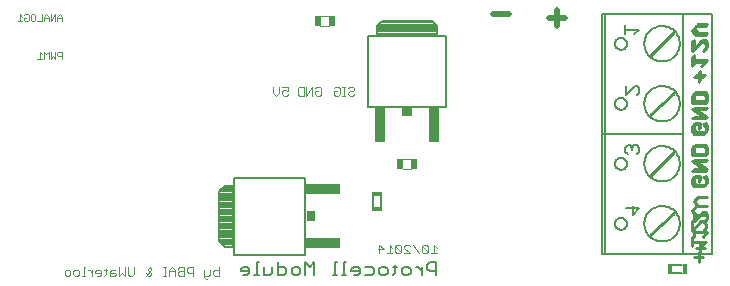
<source format=gbo>
G75*
%MOIN*%
%OFA0B0*%
%FSLAX24Y24*%
%IPPOS*%
%LPD*%
%AMOC8*
5,1,8,0,0,1.08239X$1,22.5*
%
%ADD10C,0.0100*%
%ADD11C,0.0030*%
%ADD12C,0.0080*%
%ADD13C,0.0200*%
%ADD14C,0.0020*%
%ADD15C,0.0010*%
%ADD16C,0.0040*%
%ADD17R,0.0197X0.0374*%
%ADD18R,0.1140X0.0340*%
%ADD19R,0.0300X0.0340*%
%ADD20C,0.0079*%
%ADD21R,0.0340X0.1140*%
%ADD22R,0.0340X0.0300*%
%ADD23C,0.0060*%
%ADD24R,0.0340X0.0160*%
%ADD25R,0.0160X0.0340*%
%ADD26C,0.0050*%
D10*
X025314Y002210D02*
X026114Y002960D01*
X026694Y003038D02*
X026847Y003191D01*
X027154Y003191D01*
X027214Y003197D02*
X026907Y003197D01*
X026754Y003350D01*
X026907Y003504D01*
X027214Y003504D01*
X027077Y003853D02*
X026771Y003853D01*
X026694Y003930D01*
X026694Y004083D01*
X026771Y004160D01*
X026924Y004160D01*
X026924Y004007D01*
X026984Y004053D02*
X026984Y004207D01*
X026831Y004207D01*
X026754Y004130D01*
X026754Y003977D01*
X026831Y003900D01*
X027137Y003900D01*
X027214Y003977D01*
X027214Y004130D01*
X027137Y004207D01*
X027077Y004160D02*
X027154Y004083D01*
X027154Y003930D01*
X027077Y003853D01*
X027154Y004369D02*
X026694Y004369D01*
X026754Y004416D02*
X027214Y004416D01*
X026754Y004723D01*
X027214Y004723D01*
X027154Y004676D02*
X026694Y004676D01*
X027154Y004369D01*
X027154Y004884D02*
X026694Y004884D01*
X026694Y005115D01*
X026771Y005191D01*
X027077Y005191D01*
X027154Y005115D01*
X027154Y004884D01*
X027214Y004931D02*
X027214Y005161D01*
X027137Y005238D01*
X026831Y005238D01*
X026754Y005161D01*
X026754Y004931D01*
X027214Y004931D01*
X026104Y004990D02*
X025314Y004200D01*
X026694Y003038D02*
X026847Y002884D01*
X027154Y002884D01*
X027214Y002911D02*
X027214Y002758D01*
X027137Y002681D01*
X027077Y002676D02*
X027154Y002599D01*
X027154Y002445D01*
X027077Y002369D01*
X027214Y002319D02*
X026754Y002319D01*
X026694Y002369D02*
X027001Y002676D01*
X027077Y002676D01*
X027214Y002911D02*
X027137Y002988D01*
X027061Y002988D01*
X026754Y002681D01*
X026754Y002988D01*
X026694Y002676D02*
X026694Y002369D01*
X026754Y002473D02*
X026754Y002166D01*
X026694Y002160D02*
X026694Y001853D01*
X026831Y001803D02*
X027137Y001803D01*
X027001Y001853D02*
X027154Y002007D01*
X026694Y002007D01*
X026984Y001957D02*
X026984Y001650D01*
X026924Y001644D02*
X026924Y001337D01*
X027077Y001491D02*
X026771Y001491D01*
X027061Y002166D02*
X027214Y002319D01*
X027077Y005603D02*
X026771Y005603D01*
X026694Y005680D01*
X026694Y005833D01*
X026771Y005910D01*
X026924Y005910D01*
X026924Y005757D01*
X026984Y005803D02*
X026984Y005957D01*
X026831Y005957D01*
X026754Y005880D01*
X026754Y005727D01*
X026831Y005650D01*
X027137Y005650D01*
X027214Y005727D01*
X027214Y005880D01*
X027137Y005957D01*
X027077Y005910D02*
X027154Y005833D01*
X027154Y005680D01*
X027077Y005603D01*
X027154Y006119D02*
X026694Y006119D01*
X026754Y006166D02*
X027214Y006166D01*
X026754Y006473D01*
X027214Y006473D01*
X027154Y006426D02*
X026694Y006426D01*
X027154Y006119D01*
X027154Y006634D02*
X026694Y006634D01*
X026694Y006865D01*
X026771Y006941D01*
X027077Y006941D01*
X027154Y006865D01*
X027154Y006634D01*
X027214Y006681D02*
X027214Y006911D01*
X027137Y006988D01*
X026831Y006988D01*
X026754Y006911D01*
X026754Y006681D01*
X027214Y006681D01*
X026114Y006960D02*
X025314Y006210D01*
X026924Y007337D02*
X026924Y007644D01*
X026984Y007707D02*
X026984Y007400D01*
X027077Y007491D02*
X026771Y007491D01*
X026831Y007553D02*
X027137Y007553D01*
X027001Y007853D02*
X027154Y008007D01*
X026694Y008007D01*
X026754Y008069D02*
X027214Y008069D01*
X027061Y007916D01*
X026754Y007916D02*
X026754Y008223D01*
X026694Y008160D02*
X026694Y007853D01*
X026694Y008369D02*
X027001Y008676D01*
X027077Y008676D01*
X027154Y008599D01*
X027154Y008445D01*
X027077Y008369D01*
X027137Y008431D02*
X027214Y008508D01*
X027214Y008661D01*
X027137Y008738D01*
X027061Y008738D01*
X026754Y008431D01*
X026754Y008738D01*
X026694Y008676D02*
X026694Y008369D01*
X026847Y008884D02*
X026694Y009038D01*
X026847Y009191D01*
X027154Y009191D01*
X027214Y009254D02*
X026907Y009254D01*
X026754Y009100D01*
X026907Y008947D01*
X027214Y008947D01*
X027154Y008884D02*
X026847Y008884D01*
X026104Y008990D02*
X025314Y008200D01*
D11*
X005785Y001010D02*
X005785Y000913D01*
X005834Y000865D01*
X005930Y000865D01*
X005979Y000913D01*
X005979Y001010D01*
X005930Y001058D01*
X005834Y001058D01*
X005785Y001010D01*
X006080Y001010D02*
X006080Y000913D01*
X006128Y000865D01*
X006225Y000865D01*
X006273Y000913D01*
X006273Y001010D01*
X006225Y001058D01*
X006128Y001058D01*
X006080Y001010D01*
X006373Y000865D02*
X006470Y000865D01*
X006422Y000865D02*
X006422Y001155D01*
X006470Y001155D01*
X006570Y001058D02*
X006619Y001058D01*
X006715Y000962D01*
X006715Y001058D02*
X006715Y000865D01*
X006817Y000962D02*
X007010Y000962D01*
X007010Y001010D02*
X006962Y001058D01*
X006865Y001058D01*
X006817Y001010D01*
X006817Y000962D01*
X006865Y000865D02*
X006962Y000865D01*
X007010Y000913D01*
X007010Y001010D01*
X007110Y001058D02*
X007207Y001058D01*
X007158Y001107D02*
X007158Y000913D01*
X007110Y000865D01*
X007308Y000865D02*
X007308Y001010D01*
X007356Y001058D01*
X007453Y001058D01*
X007453Y000962D02*
X007308Y000962D01*
X007308Y000865D02*
X007453Y000865D01*
X007501Y000913D01*
X007453Y000962D01*
X007602Y000865D02*
X007602Y001155D01*
X007796Y001155D02*
X007796Y000865D01*
X007699Y000962D01*
X007602Y000865D01*
X007897Y000913D02*
X007897Y001155D01*
X008090Y001155D02*
X008090Y000913D01*
X008042Y000865D01*
X007945Y000865D01*
X007897Y000913D01*
X008486Y000865D02*
X008680Y001058D01*
X008680Y001107D01*
X008631Y001155D01*
X008583Y001107D01*
X008583Y001058D01*
X008680Y000962D01*
X008680Y000913D01*
X008631Y000865D01*
X008583Y000865D01*
X008486Y000962D01*
X009074Y000865D02*
X009171Y000865D01*
X009122Y000865D02*
X009122Y001155D01*
X009074Y001155D02*
X009171Y001155D01*
X009272Y001058D02*
X009272Y000865D01*
X009272Y001010D02*
X009466Y001010D01*
X009466Y001058D02*
X009369Y001155D01*
X009272Y001058D01*
X009466Y001058D02*
X009466Y000865D01*
X009567Y000913D02*
X009615Y000865D01*
X009760Y000865D01*
X009760Y001155D01*
X009615Y001155D01*
X009567Y001107D01*
X009567Y001058D01*
X009615Y001010D01*
X009760Y001010D01*
X009861Y001010D02*
X009910Y000962D01*
X010055Y000962D01*
X010055Y000865D02*
X010055Y001155D01*
X009910Y001155D01*
X009861Y001107D01*
X009861Y001010D01*
X009615Y001010D02*
X009567Y000962D01*
X009567Y000913D01*
X010451Y000865D02*
X010596Y000865D01*
X010644Y000913D01*
X010644Y001058D01*
X010745Y001010D02*
X010794Y001058D01*
X010939Y001058D01*
X010939Y001155D02*
X010939Y000865D01*
X010794Y000865D01*
X010745Y000913D01*
X010745Y001010D01*
X010451Y001058D02*
X010451Y000817D01*
X010499Y000768D01*
X010547Y000768D01*
X016227Y001760D02*
X016421Y001760D01*
X016276Y001905D01*
X016276Y001615D01*
X016522Y001615D02*
X016716Y001615D01*
X016619Y001615D02*
X016619Y001905D01*
X016716Y001808D01*
X016817Y001857D02*
X016817Y001663D01*
X016865Y001615D01*
X016962Y001615D01*
X017010Y001663D01*
X016817Y001857D01*
X016865Y001905D01*
X016962Y001905D01*
X017010Y001857D01*
X017010Y001663D01*
X017111Y001615D02*
X017305Y001615D01*
X017111Y001808D01*
X017111Y001857D01*
X017160Y001905D01*
X017256Y001905D01*
X017305Y001857D01*
X017406Y001905D02*
X017599Y001615D01*
X017701Y001663D02*
X017749Y001615D01*
X017846Y001615D01*
X017894Y001663D01*
X017701Y001857D01*
X017701Y001663D01*
X017894Y001663D02*
X017894Y001857D01*
X017846Y001905D01*
X017749Y001905D01*
X017701Y001857D01*
X018092Y001905D02*
X018189Y001808D01*
X018092Y001905D02*
X018092Y001615D01*
X018189Y001615D02*
X017995Y001615D01*
D12*
X017954Y001310D02*
X017884Y001240D01*
X017884Y001100D01*
X017954Y001030D01*
X018164Y001030D01*
X018164Y000890D02*
X018164Y001310D01*
X017954Y001310D01*
X017703Y001170D02*
X017703Y000890D01*
X017703Y001030D02*
X017563Y001170D01*
X017493Y001170D01*
X017320Y001100D02*
X017320Y000960D01*
X017250Y000890D01*
X017110Y000890D01*
X017039Y000960D01*
X017039Y001100D01*
X017110Y001170D01*
X017250Y001170D01*
X017320Y001100D01*
X016859Y001170D02*
X016719Y001170D01*
X016789Y001240D02*
X016789Y000960D01*
X016719Y000890D01*
X016552Y000960D02*
X016482Y000890D01*
X016342Y000890D01*
X016272Y000960D01*
X016272Y001100D01*
X016342Y001170D01*
X016482Y001170D01*
X016552Y001100D01*
X016552Y000960D01*
X016092Y000960D02*
X016022Y000890D01*
X015812Y000890D01*
X015632Y000960D02*
X015632Y001100D01*
X015562Y001170D01*
X015421Y001170D01*
X015351Y001100D01*
X015351Y001030D01*
X015632Y001030D01*
X015632Y000960D02*
X015562Y000890D01*
X015421Y000890D01*
X015171Y000890D02*
X015031Y000890D01*
X015101Y000890D02*
X015101Y001310D01*
X015171Y001310D01*
X014864Y001310D02*
X014794Y001310D01*
X014794Y000890D01*
X014864Y000890D02*
X014724Y000890D01*
X014097Y000890D02*
X014097Y001310D01*
X013957Y001170D01*
X013817Y001310D01*
X013817Y000890D01*
X013637Y000960D02*
X013567Y000890D01*
X013426Y000890D01*
X013356Y000960D01*
X013356Y001100D01*
X013426Y001170D01*
X013567Y001170D01*
X013637Y001100D01*
X013637Y000960D01*
X013176Y000960D02*
X013106Y000890D01*
X012896Y000890D01*
X012896Y001310D01*
X012896Y001170D02*
X013106Y001170D01*
X013176Y001100D01*
X013176Y000960D01*
X012716Y000960D02*
X012646Y000890D01*
X012436Y000890D01*
X012436Y001170D01*
X012255Y001310D02*
X012185Y001310D01*
X012185Y000890D01*
X012255Y000890D02*
X012115Y000890D01*
X011948Y000960D02*
X011878Y000890D01*
X011738Y000890D01*
X011668Y001030D02*
X011948Y001030D01*
X011948Y000960D02*
X011948Y001100D01*
X011878Y001170D01*
X011738Y001170D01*
X011668Y001100D01*
X011668Y001030D01*
X012716Y000960D02*
X012716Y001170D01*
X013804Y001560D02*
X013804Y004140D01*
X011444Y004140D01*
X011444Y001560D01*
X013804Y001560D01*
X015812Y001170D02*
X016022Y001170D01*
X016092Y001100D01*
X016092Y000960D01*
X011404Y001840D02*
X011404Y003860D01*
X011124Y003860D01*
X010944Y003680D01*
X010944Y002020D01*
X011124Y001840D01*
X011404Y001840D01*
X015914Y006500D02*
X018494Y006500D01*
X018494Y008860D01*
X015913Y008860D01*
X015914Y008860D02*
X015914Y006500D01*
X016194Y008900D02*
X018214Y008900D01*
X018214Y009180D01*
X018034Y009360D01*
X016374Y009360D01*
X016194Y009180D01*
X016194Y008900D01*
D13*
X020070Y009600D02*
X020604Y009600D01*
X021937Y009467D02*
X022471Y009467D01*
X022204Y009200D02*
X022204Y009734D01*
D14*
X015444Y007110D02*
X015444Y007060D01*
X015394Y007010D01*
X015294Y007010D01*
X015244Y006960D01*
X015244Y006910D01*
X015294Y006860D01*
X015394Y006860D01*
X015444Y006910D01*
X015149Y006860D02*
X015049Y006860D01*
X015099Y006860D02*
X015099Y007160D01*
X015149Y007160D02*
X015049Y007160D01*
X014953Y007110D02*
X014953Y006910D01*
X014903Y006860D01*
X014803Y006860D01*
X014753Y006910D01*
X014753Y007010D01*
X014853Y007010D01*
X014953Y007110D02*
X014903Y007160D01*
X014803Y007160D01*
X014753Y007110D01*
X014344Y007110D02*
X014344Y006910D01*
X014294Y006860D01*
X014194Y006860D01*
X014144Y006910D01*
X014144Y007010D01*
X014244Y007010D01*
X014344Y007110D02*
X014294Y007160D01*
X014194Y007160D01*
X014144Y007110D01*
X014049Y007160D02*
X013849Y006860D01*
X013849Y007160D01*
X013754Y007160D02*
X013604Y007160D01*
X013554Y007110D01*
X013554Y006910D01*
X013604Y006860D01*
X013754Y006860D01*
X013754Y007160D01*
X014049Y007160D02*
X014049Y006860D01*
X013244Y006910D02*
X013194Y006860D01*
X013094Y006860D01*
X013044Y006910D01*
X013044Y007010D01*
X013094Y007060D01*
X013144Y007060D01*
X013244Y007010D01*
X013244Y007160D01*
X013044Y007160D01*
X012949Y007160D02*
X012949Y006960D01*
X012849Y006860D01*
X012749Y006960D01*
X012749Y007160D01*
X015244Y007110D02*
X015294Y007160D01*
X015394Y007160D01*
X015444Y007110D01*
D15*
X005699Y008105D02*
X005699Y008335D01*
X005584Y008335D01*
X005545Y008297D01*
X005545Y008220D01*
X005584Y008182D01*
X005699Y008182D01*
X005478Y008105D02*
X005401Y008182D01*
X005324Y008105D01*
X005324Y008335D01*
X005257Y008335D02*
X005180Y008258D01*
X005103Y008335D01*
X005103Y008105D01*
X005036Y008105D02*
X004882Y008105D01*
X004959Y008105D02*
X004959Y008335D01*
X005036Y008258D01*
X005257Y008335D02*
X005257Y008105D01*
X005478Y008105D02*
X005478Y008335D01*
X005478Y009355D02*
X005478Y009585D01*
X005324Y009355D01*
X005324Y009585D01*
X005257Y009508D02*
X005180Y009585D01*
X005103Y009508D01*
X005103Y009355D01*
X005036Y009355D02*
X004882Y009355D01*
X004815Y009393D02*
X004776Y009355D01*
X004700Y009355D01*
X004661Y009393D01*
X004661Y009547D01*
X004700Y009585D01*
X004776Y009585D01*
X004815Y009547D01*
X004815Y009393D01*
X004594Y009393D02*
X004555Y009355D01*
X004479Y009355D01*
X004440Y009393D01*
X004440Y009470D01*
X004517Y009470D01*
X004440Y009547D02*
X004479Y009585D01*
X004555Y009585D01*
X004594Y009547D01*
X004594Y009393D01*
X004373Y009355D02*
X004219Y009355D01*
X004296Y009355D02*
X004296Y009585D01*
X004373Y009508D01*
X005036Y009585D02*
X005036Y009355D01*
X005103Y009470D02*
X005257Y009470D01*
X005257Y009508D02*
X005257Y009355D01*
X005545Y009355D02*
X005545Y009508D01*
X005622Y009585D01*
X005699Y009508D01*
X005699Y009355D01*
X005699Y009470D02*
X005545Y009470D01*
D16*
X014314Y009520D02*
X014594Y009520D01*
X014594Y009185D02*
X014314Y009185D01*
X017064Y004765D02*
X017344Y004765D01*
X017344Y004430D02*
X017064Y004430D01*
D17*
X016972Y004598D03*
X017432Y004598D03*
X014685Y009352D03*
X014225Y009352D03*
D18*
X014414Y003750D03*
X014414Y001950D03*
D19*
X013994Y002850D03*
D20*
X011404Y002838D02*
X010944Y002838D01*
X010944Y002915D02*
X011404Y002915D01*
X011404Y002992D02*
X010944Y002992D01*
X010944Y003069D02*
X011404Y003069D01*
X011404Y003146D02*
X010944Y003146D01*
X010944Y003223D02*
X011404Y003223D01*
X011404Y003301D02*
X010944Y003301D01*
X010944Y003378D02*
X011404Y003378D01*
X011404Y003455D02*
X010944Y003455D01*
X010944Y003532D02*
X011404Y003532D01*
X011404Y003609D02*
X010944Y003609D01*
X010944Y003680D02*
X010944Y002020D01*
X011124Y001840D01*
X011404Y001840D01*
X011404Y003860D01*
X011124Y003860D01*
X010944Y003680D01*
X010950Y003686D02*
X011404Y003686D01*
X011404Y003764D02*
X011027Y003764D01*
X011105Y003841D02*
X011404Y003841D01*
X011404Y002761D02*
X010944Y002761D01*
X010944Y002683D02*
X011404Y002683D01*
X011404Y002606D02*
X010944Y002606D01*
X010944Y002529D02*
X011404Y002529D01*
X011404Y002452D02*
X010944Y002452D01*
X010944Y002375D02*
X011404Y002375D01*
X011404Y002298D02*
X010944Y002298D01*
X010944Y002220D02*
X011404Y002220D01*
X011404Y002143D02*
X010944Y002143D01*
X010944Y002066D02*
X011404Y002066D01*
X011404Y001989D02*
X010975Y001989D01*
X011052Y001912D02*
X011404Y001912D01*
X016194Y008900D02*
X018214Y008900D01*
X018214Y009180D01*
X018034Y009360D01*
X016374Y009360D01*
X016194Y009180D01*
X016194Y008900D01*
X016194Y008933D02*
X018214Y008933D01*
X018214Y009011D02*
X016194Y009011D01*
X016194Y009088D02*
X018214Y009088D01*
X018214Y009165D02*
X016194Y009165D01*
X016256Y009242D02*
X018152Y009242D01*
X018075Y009319D02*
X016333Y009319D01*
D21*
X016304Y005890D03*
X018104Y005890D03*
D22*
X017204Y006310D03*
D23*
X023704Y005600D02*
X023704Y009600D01*
X023804Y009600D01*
X023804Y001600D01*
X026404Y001600D01*
X026404Y002250D01*
X026404Y002950D01*
X026404Y004250D01*
X026404Y004950D01*
X026404Y005600D01*
X023704Y005600D01*
X023704Y001600D01*
X023804Y001600D01*
X026034Y001240D02*
X026374Y001240D01*
X026374Y000960D02*
X026034Y000960D01*
X026404Y001600D02*
X027354Y001600D01*
X027354Y009600D01*
X026404Y009600D01*
X026404Y008950D01*
X026404Y008250D01*
X026404Y006950D01*
X026404Y006250D01*
X026404Y005600D01*
X025114Y006600D02*
X025116Y006648D01*
X025122Y006696D01*
X025132Y006743D01*
X025145Y006789D01*
X025162Y006834D01*
X025183Y006877D01*
X025208Y006919D01*
X025235Y006958D01*
X025266Y006995D01*
X025300Y007030D01*
X025336Y007061D01*
X025375Y007090D01*
X025416Y007115D01*
X025459Y007137D01*
X025503Y007155D01*
X025549Y007169D01*
X025596Y007180D01*
X025644Y007187D01*
X025692Y007190D01*
X025740Y007189D01*
X025788Y007184D01*
X025835Y007175D01*
X025882Y007163D01*
X025927Y007146D01*
X025971Y007126D01*
X026013Y007103D01*
X026053Y007076D01*
X026090Y007046D01*
X026125Y007013D01*
X026158Y006977D01*
X026187Y006939D01*
X026213Y006898D01*
X026236Y006856D01*
X026255Y006812D01*
X026270Y006766D01*
X026282Y006720D01*
X026290Y006672D01*
X026294Y006624D01*
X026294Y006576D01*
X026290Y006528D01*
X026282Y006480D01*
X026270Y006434D01*
X026255Y006388D01*
X026236Y006344D01*
X026213Y006302D01*
X026187Y006261D01*
X026158Y006223D01*
X026125Y006187D01*
X026090Y006154D01*
X026053Y006124D01*
X026013Y006097D01*
X025971Y006074D01*
X025927Y006054D01*
X025882Y006037D01*
X025835Y006025D01*
X025788Y006016D01*
X025740Y006011D01*
X025692Y006010D01*
X025644Y006013D01*
X025596Y006020D01*
X025549Y006031D01*
X025503Y006045D01*
X025459Y006063D01*
X025416Y006085D01*
X025375Y006110D01*
X025336Y006139D01*
X025300Y006170D01*
X025266Y006205D01*
X025235Y006242D01*
X025208Y006281D01*
X025183Y006323D01*
X025162Y006366D01*
X025145Y006411D01*
X025132Y006457D01*
X025122Y006504D01*
X025116Y006552D01*
X025114Y006600D01*
X024134Y006600D02*
X024136Y006628D01*
X024142Y006655D01*
X024151Y006681D01*
X024164Y006706D01*
X024181Y006729D01*
X024200Y006749D01*
X024222Y006766D01*
X024246Y006780D01*
X024272Y006790D01*
X024299Y006797D01*
X024327Y006800D01*
X024355Y006799D01*
X024382Y006794D01*
X024409Y006785D01*
X024434Y006773D01*
X024457Y006758D01*
X024478Y006739D01*
X024496Y006718D01*
X024511Y006694D01*
X024522Y006668D01*
X024530Y006642D01*
X024534Y006614D01*
X024534Y006586D01*
X024530Y006558D01*
X024522Y006532D01*
X024511Y006506D01*
X024496Y006482D01*
X024478Y006461D01*
X024457Y006442D01*
X024434Y006427D01*
X024409Y006415D01*
X024382Y006406D01*
X024355Y006401D01*
X024327Y006400D01*
X024299Y006403D01*
X024272Y006410D01*
X024246Y006420D01*
X024222Y006434D01*
X024200Y006451D01*
X024181Y006471D01*
X024164Y006494D01*
X024151Y006519D01*
X024142Y006545D01*
X024136Y006572D01*
X024134Y006600D01*
X024134Y004600D02*
X024136Y004628D01*
X024142Y004655D01*
X024151Y004681D01*
X024164Y004706D01*
X024181Y004729D01*
X024200Y004749D01*
X024222Y004766D01*
X024246Y004780D01*
X024272Y004790D01*
X024299Y004797D01*
X024327Y004800D01*
X024355Y004799D01*
X024382Y004794D01*
X024409Y004785D01*
X024434Y004773D01*
X024457Y004758D01*
X024478Y004739D01*
X024496Y004718D01*
X024511Y004694D01*
X024522Y004668D01*
X024530Y004642D01*
X024534Y004614D01*
X024534Y004586D01*
X024530Y004558D01*
X024522Y004532D01*
X024511Y004506D01*
X024496Y004482D01*
X024478Y004461D01*
X024457Y004442D01*
X024434Y004427D01*
X024409Y004415D01*
X024382Y004406D01*
X024355Y004401D01*
X024327Y004400D01*
X024299Y004403D01*
X024272Y004410D01*
X024246Y004420D01*
X024222Y004434D01*
X024200Y004451D01*
X024181Y004471D01*
X024164Y004494D01*
X024151Y004519D01*
X024142Y004545D01*
X024136Y004572D01*
X024134Y004600D01*
X025114Y004600D02*
X025116Y004648D01*
X025122Y004696D01*
X025132Y004743D01*
X025145Y004789D01*
X025162Y004834D01*
X025183Y004877D01*
X025208Y004919D01*
X025235Y004958D01*
X025266Y004995D01*
X025300Y005030D01*
X025336Y005061D01*
X025375Y005090D01*
X025416Y005115D01*
X025459Y005137D01*
X025503Y005155D01*
X025549Y005169D01*
X025596Y005180D01*
X025644Y005187D01*
X025692Y005190D01*
X025740Y005189D01*
X025788Y005184D01*
X025835Y005175D01*
X025882Y005163D01*
X025927Y005146D01*
X025971Y005126D01*
X026013Y005103D01*
X026053Y005076D01*
X026090Y005046D01*
X026125Y005013D01*
X026158Y004977D01*
X026187Y004939D01*
X026213Y004898D01*
X026236Y004856D01*
X026255Y004812D01*
X026270Y004766D01*
X026282Y004720D01*
X026290Y004672D01*
X026294Y004624D01*
X026294Y004576D01*
X026290Y004528D01*
X026282Y004480D01*
X026270Y004434D01*
X026255Y004388D01*
X026236Y004344D01*
X026213Y004302D01*
X026187Y004261D01*
X026158Y004223D01*
X026125Y004187D01*
X026090Y004154D01*
X026053Y004124D01*
X026013Y004097D01*
X025971Y004074D01*
X025927Y004054D01*
X025882Y004037D01*
X025835Y004025D01*
X025788Y004016D01*
X025740Y004011D01*
X025692Y004010D01*
X025644Y004013D01*
X025596Y004020D01*
X025549Y004031D01*
X025503Y004045D01*
X025459Y004063D01*
X025416Y004085D01*
X025375Y004110D01*
X025336Y004139D01*
X025300Y004170D01*
X025266Y004205D01*
X025235Y004242D01*
X025208Y004281D01*
X025183Y004323D01*
X025162Y004366D01*
X025145Y004411D01*
X025132Y004457D01*
X025122Y004504D01*
X025116Y004552D01*
X025114Y004600D01*
X025114Y002600D02*
X025116Y002648D01*
X025122Y002696D01*
X025132Y002743D01*
X025145Y002789D01*
X025162Y002834D01*
X025183Y002877D01*
X025208Y002919D01*
X025235Y002958D01*
X025266Y002995D01*
X025300Y003030D01*
X025336Y003061D01*
X025375Y003090D01*
X025416Y003115D01*
X025459Y003137D01*
X025503Y003155D01*
X025549Y003169D01*
X025596Y003180D01*
X025644Y003187D01*
X025692Y003190D01*
X025740Y003189D01*
X025788Y003184D01*
X025835Y003175D01*
X025882Y003163D01*
X025927Y003146D01*
X025971Y003126D01*
X026013Y003103D01*
X026053Y003076D01*
X026090Y003046D01*
X026125Y003013D01*
X026158Y002977D01*
X026187Y002939D01*
X026213Y002898D01*
X026236Y002856D01*
X026255Y002812D01*
X026270Y002766D01*
X026282Y002720D01*
X026290Y002672D01*
X026294Y002624D01*
X026294Y002576D01*
X026290Y002528D01*
X026282Y002480D01*
X026270Y002434D01*
X026255Y002388D01*
X026236Y002344D01*
X026213Y002302D01*
X026187Y002261D01*
X026158Y002223D01*
X026125Y002187D01*
X026090Y002154D01*
X026053Y002124D01*
X026013Y002097D01*
X025971Y002074D01*
X025927Y002054D01*
X025882Y002037D01*
X025835Y002025D01*
X025788Y002016D01*
X025740Y002011D01*
X025692Y002010D01*
X025644Y002013D01*
X025596Y002020D01*
X025549Y002031D01*
X025503Y002045D01*
X025459Y002063D01*
X025416Y002085D01*
X025375Y002110D01*
X025336Y002139D01*
X025300Y002170D01*
X025266Y002205D01*
X025235Y002242D01*
X025208Y002281D01*
X025183Y002323D01*
X025162Y002366D01*
X025145Y002411D01*
X025132Y002457D01*
X025122Y002504D01*
X025116Y002552D01*
X025114Y002600D01*
X024134Y002600D02*
X024136Y002628D01*
X024142Y002655D01*
X024151Y002681D01*
X024164Y002706D01*
X024181Y002729D01*
X024200Y002749D01*
X024222Y002766D01*
X024246Y002780D01*
X024272Y002790D01*
X024299Y002797D01*
X024327Y002800D01*
X024355Y002799D01*
X024382Y002794D01*
X024409Y002785D01*
X024434Y002773D01*
X024457Y002758D01*
X024478Y002739D01*
X024496Y002718D01*
X024511Y002694D01*
X024522Y002668D01*
X024530Y002642D01*
X024534Y002614D01*
X024534Y002586D01*
X024530Y002558D01*
X024522Y002532D01*
X024511Y002506D01*
X024496Y002482D01*
X024478Y002461D01*
X024457Y002442D01*
X024434Y002427D01*
X024409Y002415D01*
X024382Y002406D01*
X024355Y002401D01*
X024327Y002400D01*
X024299Y002403D01*
X024272Y002410D01*
X024246Y002420D01*
X024222Y002434D01*
X024200Y002451D01*
X024181Y002471D01*
X024164Y002494D01*
X024151Y002519D01*
X024142Y002545D01*
X024136Y002572D01*
X024134Y002600D01*
X016344Y003180D02*
X016344Y003520D01*
X016064Y003520D02*
X016064Y003180D01*
X024134Y008600D02*
X024136Y008628D01*
X024142Y008655D01*
X024151Y008681D01*
X024164Y008706D01*
X024181Y008729D01*
X024200Y008749D01*
X024222Y008766D01*
X024246Y008780D01*
X024272Y008790D01*
X024299Y008797D01*
X024327Y008800D01*
X024355Y008799D01*
X024382Y008794D01*
X024409Y008785D01*
X024434Y008773D01*
X024457Y008758D01*
X024478Y008739D01*
X024496Y008718D01*
X024511Y008694D01*
X024522Y008668D01*
X024530Y008642D01*
X024534Y008614D01*
X024534Y008586D01*
X024530Y008558D01*
X024522Y008532D01*
X024511Y008506D01*
X024496Y008482D01*
X024478Y008461D01*
X024457Y008442D01*
X024434Y008427D01*
X024409Y008415D01*
X024382Y008406D01*
X024355Y008401D01*
X024327Y008400D01*
X024299Y008403D01*
X024272Y008410D01*
X024246Y008420D01*
X024222Y008434D01*
X024200Y008451D01*
X024181Y008471D01*
X024164Y008494D01*
X024151Y008519D01*
X024142Y008545D01*
X024136Y008572D01*
X024134Y008600D01*
X025114Y008600D02*
X025116Y008648D01*
X025122Y008696D01*
X025132Y008743D01*
X025145Y008789D01*
X025162Y008834D01*
X025183Y008877D01*
X025208Y008919D01*
X025235Y008958D01*
X025266Y008995D01*
X025300Y009030D01*
X025336Y009061D01*
X025375Y009090D01*
X025416Y009115D01*
X025459Y009137D01*
X025503Y009155D01*
X025549Y009169D01*
X025596Y009180D01*
X025644Y009187D01*
X025692Y009190D01*
X025740Y009189D01*
X025788Y009184D01*
X025835Y009175D01*
X025882Y009163D01*
X025927Y009146D01*
X025971Y009126D01*
X026013Y009103D01*
X026053Y009076D01*
X026090Y009046D01*
X026125Y009013D01*
X026158Y008977D01*
X026187Y008939D01*
X026213Y008898D01*
X026236Y008856D01*
X026255Y008812D01*
X026270Y008766D01*
X026282Y008720D01*
X026290Y008672D01*
X026294Y008624D01*
X026294Y008576D01*
X026290Y008528D01*
X026282Y008480D01*
X026270Y008434D01*
X026255Y008388D01*
X026236Y008344D01*
X026213Y008302D01*
X026187Y008261D01*
X026158Y008223D01*
X026125Y008187D01*
X026090Y008154D01*
X026053Y008124D01*
X026013Y008097D01*
X025971Y008074D01*
X025927Y008054D01*
X025882Y008037D01*
X025835Y008025D01*
X025788Y008016D01*
X025740Y008011D01*
X025692Y008010D01*
X025644Y008013D01*
X025596Y008020D01*
X025549Y008031D01*
X025503Y008045D01*
X025459Y008063D01*
X025416Y008085D01*
X025375Y008110D01*
X025336Y008139D01*
X025300Y008170D01*
X025266Y008205D01*
X025235Y008242D01*
X025208Y008281D01*
X025183Y008323D01*
X025162Y008366D01*
X025145Y008411D01*
X025132Y008457D01*
X025122Y008504D01*
X025116Y008552D01*
X025114Y008600D01*
X026404Y009600D02*
X023804Y009600D01*
D24*
X016204Y003600D03*
X016204Y003100D03*
D25*
X025954Y001100D03*
X026454Y001100D03*
D26*
X024724Y002895D02*
X024724Y003195D01*
X024499Y003120D02*
X024949Y003120D01*
X024724Y002895D01*
X024854Y004915D02*
X024929Y004990D01*
X024929Y005140D01*
X024854Y005215D01*
X024779Y005215D01*
X024704Y005140D01*
X024629Y005215D01*
X024554Y005215D01*
X024479Y005140D01*
X024479Y004990D01*
X024554Y004915D01*
X024704Y005065D02*
X024704Y005140D01*
X024874Y006895D02*
X024949Y006970D01*
X024949Y007120D01*
X024874Y007195D01*
X024799Y007195D01*
X024499Y006895D01*
X024499Y007195D01*
X024479Y008915D02*
X024479Y009215D01*
X024479Y009065D02*
X024929Y009065D01*
X024779Y008915D01*
M02*

</source>
